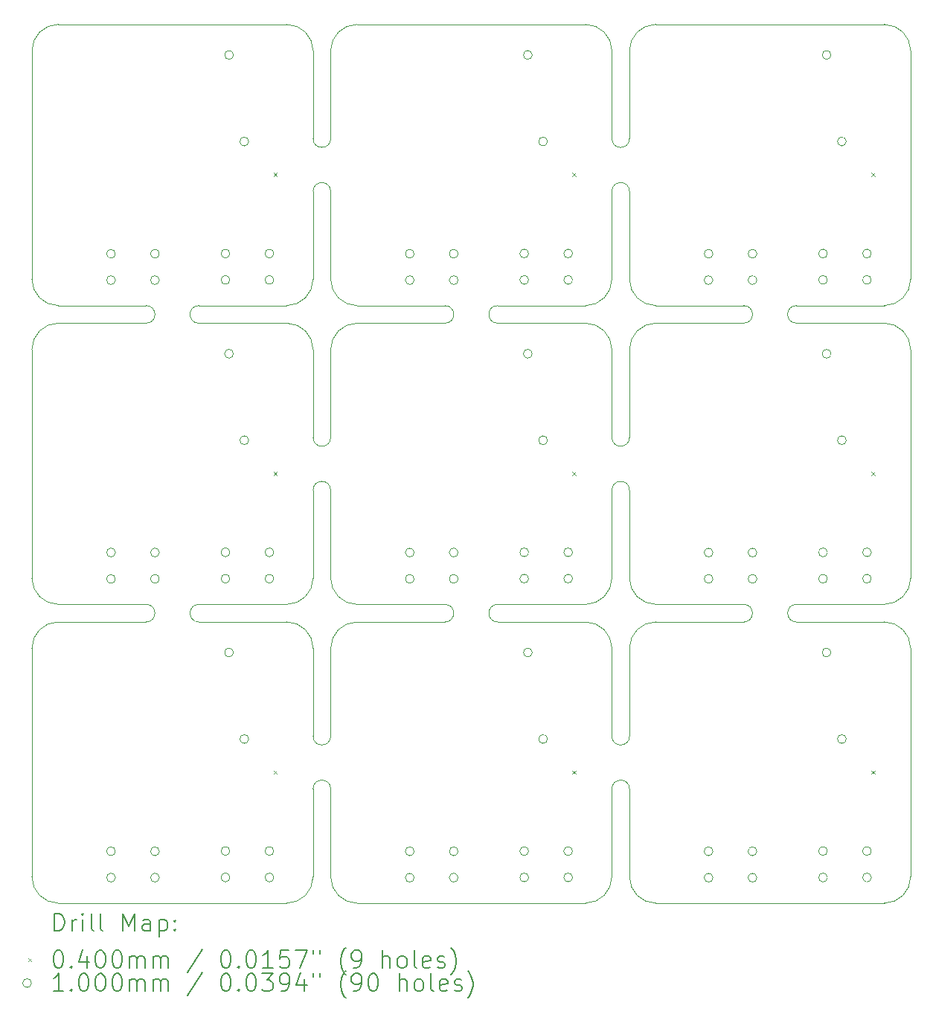
<source format=gbr>
%TF.GenerationSoftware,KiCad,Pcbnew,7.0.5*%
%TF.CreationDate,2023-10-26T18:16:23+09:00*%
%TF.ProjectId,clover_timer_p,636c6f76-6572-45f7-9469-6d65725f702e,rev?*%
%TF.SameCoordinates,Original*%
%TF.FileFunction,Drillmap*%
%TF.FilePolarity,Positive*%
%FSLAX45Y45*%
G04 Gerber Fmt 4.5, Leading zero omitted, Abs format (unit mm)*
G04 Created by KiCad (PCBNEW 7.0.5) date 2023-10-26 18:16:23*
%MOMM*%
%LPD*%
G01*
G04 APERTURE LIST*
%ADD10C,0.050000*%
%ADD11C,0.100000*%
%ADD12C,0.200000*%
%ADD13C,0.040000*%
G04 APERTURE END LIST*
D10*
X15800000Y-6900000D02*
G75*
G03*
X15600000Y-6900000I-100000J0D01*
G01*
X14300000Y-11600000D02*
X15300000Y-11600000D01*
X12700000Y-11800000D02*
X13700000Y-11800000D01*
X14300000Y-11600000D02*
G75*
G03*
X14300000Y-11800000I0J-100000D01*
G01*
X13700000Y-11600000D02*
X12700000Y-11600000D01*
X13700000Y-11800000D02*
G75*
G03*
X13700000Y-11600000I0J100000D01*
G01*
X14300000Y-11800000D02*
X15300000Y-11800000D01*
X10300000Y-11800000D02*
X9300000Y-11800000D01*
X11900000Y-11600000D02*
X10900000Y-11600000D01*
X10300000Y-11800000D02*
G75*
G03*
X10300000Y-11600000I0J100000D01*
G01*
X10900000Y-11800000D02*
X11900000Y-11800000D01*
X10900000Y-11600000D02*
G75*
G03*
X10900000Y-11800000I0J-100000D01*
G01*
X10300000Y-11600000D02*
X9300000Y-11600000D01*
X12200000Y-13100000D02*
X12200000Y-12100000D01*
X12400000Y-14700000D02*
X12400000Y-13700000D01*
X12200000Y-13100000D02*
G75*
G03*
X12400000Y-13100000I100000J0D01*
G01*
X12200000Y-13700000D02*
X12200000Y-14700000D01*
X12400000Y-13700000D02*
G75*
G03*
X12200000Y-13700000I-100000J0D01*
G01*
X12400000Y-13100000D02*
X12400000Y-12100000D01*
X12200000Y-11300000D02*
X12200000Y-10300000D01*
X12400000Y-9700000D02*
X12400000Y-8700000D01*
X12400000Y-10300000D02*
G75*
G03*
X12200000Y-10300000I-100000J0D01*
G01*
X12200000Y-8700000D02*
X12200000Y-9700000D01*
X12200000Y-9700000D02*
G75*
G03*
X12400000Y-9700000I100000J0D01*
G01*
X12400000Y-11300000D02*
X12400000Y-10300000D01*
X12200000Y-6300000D02*
X12200000Y-5300000D01*
X12400000Y-7900000D02*
X12400000Y-6900000D01*
X12200000Y-6300000D02*
G75*
G03*
X12400000Y-6300000I100000J0D01*
G01*
X12200000Y-6900000D02*
X12200000Y-7900000D01*
X12400000Y-6900000D02*
G75*
G03*
X12200000Y-6900000I-100000J0D01*
G01*
X12400000Y-6300000D02*
X12400000Y-5300000D01*
X10900000Y-8200000D02*
X11900000Y-8200000D01*
X9300000Y-8400000D02*
X10300000Y-8400000D01*
X10900000Y-8200000D02*
G75*
G03*
X10900000Y-8400000I0J-100000D01*
G01*
X10300000Y-8200000D02*
X9300000Y-8200000D01*
X10300000Y-8400000D02*
G75*
G03*
X10300000Y-8200000I0J100000D01*
G01*
X10900000Y-8400000D02*
X11900000Y-8400000D01*
X14300000Y-8200000D02*
X15300000Y-8200000D01*
X12700000Y-8400000D02*
X13700000Y-8400000D01*
X14300000Y-8200000D02*
G75*
G03*
X14300000Y-8400000I0J-100000D01*
G01*
X13700000Y-8200000D02*
X12700000Y-8200000D01*
X13700000Y-8400000D02*
G75*
G03*
X13700000Y-8200000I0J100000D01*
G01*
X14300000Y-8400000D02*
X15300000Y-8400000D01*
X15600000Y-6300000D02*
X15600000Y-5300000D01*
X15800000Y-7900000D02*
X15800000Y-6900000D01*
X15600000Y-6300000D02*
G75*
G03*
X15800000Y-6300000I100000J0D01*
G01*
X15600000Y-6900000D02*
X15600000Y-7900000D01*
X15800000Y-6300000D02*
X15800000Y-5300000D01*
X15600000Y-9700000D02*
X15600000Y-8700000D01*
X15800000Y-11300000D02*
X15800000Y-10300000D01*
X15600000Y-9700000D02*
G75*
G03*
X15800000Y-9700000I100000J0D01*
G01*
X15600000Y-10300000D02*
X15600000Y-11300000D01*
X15800000Y-10300000D02*
G75*
G03*
X15600000Y-10300000I-100000J0D01*
G01*
X15800000Y-9700000D02*
X15800000Y-8700000D01*
X15600000Y-13100000D02*
X15600000Y-12100000D01*
X15800000Y-14700000D02*
X15800000Y-13700000D01*
X15600000Y-13100000D02*
G75*
G03*
X15800000Y-13100000I100000J0D01*
G01*
X15600000Y-13700000D02*
X15600000Y-14700000D01*
X15800000Y-13700000D02*
G75*
G03*
X15600000Y-13700000I-100000J0D01*
G01*
X15800000Y-13100000D02*
X15800000Y-12100000D01*
X17700000Y-11600000D02*
X18700000Y-11600000D01*
X16100000Y-11800000D02*
X17100000Y-11800000D01*
X17700000Y-11600000D02*
G75*
G03*
X17700000Y-11800000I0J-100000D01*
G01*
X17100000Y-11600000D02*
X16100000Y-11600000D01*
X17100000Y-11800000D02*
G75*
G03*
X17100000Y-11600000I0J100000D01*
G01*
X17700000Y-11800000D02*
X18700000Y-11800000D01*
X16100000Y-8400000D02*
X17100000Y-8400000D01*
X17100000Y-8200000D02*
X16100000Y-8200000D01*
X17700000Y-8200000D02*
X18700000Y-8200000D01*
X17700000Y-8400000D02*
X18700000Y-8400000D01*
X17100000Y-8400000D02*
G75*
G03*
X17100000Y-8200000I0J100000D01*
G01*
X17700000Y-8200000D02*
G75*
G03*
X17700000Y-8400000I0J-100000D01*
G01*
D11*
X15800000Y-14700000D02*
G75*
G03*
X16100000Y-15000000I300000J0D01*
G01*
X16100000Y-11800000D02*
G75*
G03*
X15800000Y-12100000I0J-300000D01*
G01*
X18700000Y-15000000D02*
G75*
G03*
X19000000Y-14700000I0J300000D01*
G01*
X16100000Y-15000000D02*
X18700000Y-15000000D01*
X19000000Y-12100000D02*
G75*
G03*
X18700000Y-11800000I-300000J0D01*
G01*
X19000000Y-14700000D02*
X19000000Y-12100000D01*
X12400000Y-14700000D02*
G75*
G03*
X12700000Y-15000000I300000J0D01*
G01*
X12700000Y-11800000D02*
G75*
G03*
X12400000Y-12100000I0J-300000D01*
G01*
X15300000Y-15000000D02*
G75*
G03*
X15600000Y-14700000I0J300000D01*
G01*
X12700000Y-15000000D02*
X15300000Y-15000000D01*
X15600000Y-12100000D02*
G75*
G03*
X15300000Y-11800000I-300000J0D01*
G01*
X9000000Y-14700000D02*
G75*
G03*
X9300000Y-15000000I300000J0D01*
G01*
X9300000Y-11800000D02*
G75*
G03*
X9000000Y-12100000I0J-300000D01*
G01*
X11900000Y-15000000D02*
G75*
G03*
X12200000Y-14700000I0J300000D01*
G01*
X9000000Y-12100000D02*
X9000000Y-14700000D01*
X9300000Y-15000000D02*
X11900000Y-15000000D01*
X12200000Y-12100000D02*
G75*
G03*
X11900000Y-11800000I-300000J0D01*
G01*
X15800000Y-11300000D02*
G75*
G03*
X16100000Y-11600000I300000J0D01*
G01*
X16100000Y-8400000D02*
G75*
G03*
X15800000Y-8700000I0J-300000D01*
G01*
X18700000Y-11600000D02*
G75*
G03*
X19000000Y-11300000I0J300000D01*
G01*
X19000000Y-8700000D02*
G75*
G03*
X18700000Y-8400000I-300000J0D01*
G01*
X19000000Y-11300000D02*
X19000000Y-8700000D01*
X12400000Y-11300000D02*
G75*
G03*
X12700000Y-11600000I300000J0D01*
G01*
X12700000Y-8400000D02*
G75*
G03*
X12400000Y-8700000I0J-300000D01*
G01*
X15300000Y-11600000D02*
G75*
G03*
X15600000Y-11300000I0J300000D01*
G01*
X15600000Y-8700000D02*
G75*
G03*
X15300000Y-8400000I-300000J0D01*
G01*
X9000000Y-11300000D02*
G75*
G03*
X9300000Y-11600000I300000J0D01*
G01*
X9300000Y-8400000D02*
G75*
G03*
X9000000Y-8700000I0J-300000D01*
G01*
X11900000Y-11600000D02*
G75*
G03*
X12200000Y-11300000I0J300000D01*
G01*
X9000000Y-8700000D02*
X9000000Y-11300000D01*
X12200000Y-8700000D02*
G75*
G03*
X11900000Y-8400000I-300000J0D01*
G01*
X15800000Y-7900000D02*
G75*
G03*
X16100000Y-8200000I300000J0D01*
G01*
X16100000Y-5000000D02*
G75*
G03*
X15800000Y-5300000I0J-300000D01*
G01*
X18700000Y-5000000D02*
X16100000Y-5000000D01*
X18700000Y-8200000D02*
G75*
G03*
X19000000Y-7900000I0J300000D01*
G01*
X19000000Y-5300000D02*
G75*
G03*
X18700000Y-5000000I-300000J0D01*
G01*
X19000000Y-7900000D02*
X19000000Y-5300000D01*
X12400000Y-7900000D02*
G75*
G03*
X12700000Y-8200000I300000J0D01*
G01*
X12700000Y-5000000D02*
G75*
G03*
X12400000Y-5300000I0J-300000D01*
G01*
X15300000Y-5000000D02*
X12700000Y-5000000D01*
X15300000Y-8200000D02*
G75*
G03*
X15600000Y-7900000I0J300000D01*
G01*
X15600000Y-5300000D02*
G75*
G03*
X15300000Y-5000000I-300000J0D01*
G01*
X11900000Y-8200000D02*
G75*
G03*
X12200000Y-7900000I0J300000D01*
G01*
X9300000Y-5000000D02*
G75*
G03*
X9000000Y-5300000I0J-300000D01*
G01*
X11900000Y-5000000D02*
X9300000Y-5000000D01*
X9000000Y-7900000D02*
G75*
G03*
X9300000Y-8200000I300000J0D01*
G01*
X9000000Y-5300000D02*
X9000000Y-7900000D01*
X12200000Y-5300000D02*
G75*
G03*
X11900000Y-5000000I-300000J0D01*
G01*
D12*
D13*
X11750000Y-6690000D02*
X11790000Y-6730000D01*
X11790000Y-6690000D02*
X11750000Y-6730000D01*
X11750000Y-10090000D02*
X11790000Y-10130000D01*
X11790000Y-10090000D02*
X11750000Y-10130000D01*
X11750000Y-13490000D02*
X11790000Y-13530000D01*
X11790000Y-13490000D02*
X11750000Y-13530000D01*
X15150000Y-6690000D02*
X15190000Y-6730000D01*
X15190000Y-6690000D02*
X15150000Y-6730000D01*
X15150000Y-10090000D02*
X15190000Y-10130000D01*
X15190000Y-10090000D02*
X15150000Y-10130000D01*
X15150000Y-13490000D02*
X15190000Y-13530000D01*
X15190000Y-13490000D02*
X15150000Y-13530000D01*
X18550000Y-6690000D02*
X18590000Y-6730000D01*
X18590000Y-6690000D02*
X18550000Y-6730000D01*
X18550000Y-10090000D02*
X18590000Y-10130000D01*
X18590000Y-10090000D02*
X18550000Y-10130000D01*
X18550000Y-13490000D02*
X18590000Y-13530000D01*
X18590000Y-13490000D02*
X18550000Y-13530000D01*
D11*
X9950000Y-7610000D02*
G75*
G03*
X9950000Y-7610000I-50000J0D01*
G01*
X9950000Y-7910000D02*
G75*
G03*
X9950000Y-7910000I-50000J0D01*
G01*
X9950000Y-11010000D02*
G75*
G03*
X9950000Y-11010000I-50000J0D01*
G01*
X9950000Y-11310000D02*
G75*
G03*
X9950000Y-11310000I-50000J0D01*
G01*
X9950000Y-14410000D02*
G75*
G03*
X9950000Y-14410000I-50000J0D01*
G01*
X9950000Y-14710000D02*
G75*
G03*
X9950000Y-14710000I-50000J0D01*
G01*
X10450000Y-7610000D02*
G75*
G03*
X10450000Y-7610000I-50000J0D01*
G01*
X10450000Y-7910000D02*
G75*
G03*
X10450000Y-7910000I-50000J0D01*
G01*
X10450000Y-11010000D02*
G75*
G03*
X10450000Y-11010000I-50000J0D01*
G01*
X10450000Y-11310000D02*
G75*
G03*
X10450000Y-11310000I-50000J0D01*
G01*
X10450000Y-14410000D02*
G75*
G03*
X10450000Y-14410000I-50000J0D01*
G01*
X10450000Y-14710000D02*
G75*
G03*
X10450000Y-14710000I-50000J0D01*
G01*
X11252500Y-7607500D02*
G75*
G03*
X11252500Y-7607500I-50000J0D01*
G01*
X11252500Y-7907500D02*
G75*
G03*
X11252500Y-7907500I-50000J0D01*
G01*
X11252500Y-11007500D02*
G75*
G03*
X11252500Y-11007500I-50000J0D01*
G01*
X11252500Y-11307500D02*
G75*
G03*
X11252500Y-11307500I-50000J0D01*
G01*
X11252500Y-14407500D02*
G75*
G03*
X11252500Y-14407500I-50000J0D01*
G01*
X11252500Y-14707500D02*
G75*
G03*
X11252500Y-14707500I-50000J0D01*
G01*
X11293176Y-5347596D02*
G75*
G03*
X11293176Y-5347596I-50000J0D01*
G01*
X11293176Y-8747596D02*
G75*
G03*
X11293176Y-8747596I-50000J0D01*
G01*
X11293176Y-12147596D02*
G75*
G03*
X11293176Y-12147596I-50000J0D01*
G01*
X11466824Y-6332404D02*
G75*
G03*
X11466824Y-6332404I-50000J0D01*
G01*
X11466824Y-9732404D02*
G75*
G03*
X11466824Y-9732404I-50000J0D01*
G01*
X11466824Y-13132404D02*
G75*
G03*
X11466824Y-13132404I-50000J0D01*
G01*
X11752500Y-7607500D02*
G75*
G03*
X11752500Y-7607500I-50000J0D01*
G01*
X11752500Y-7907500D02*
G75*
G03*
X11752500Y-7907500I-50000J0D01*
G01*
X11752500Y-11007500D02*
G75*
G03*
X11752500Y-11007500I-50000J0D01*
G01*
X11752500Y-11307500D02*
G75*
G03*
X11752500Y-11307500I-50000J0D01*
G01*
X11752500Y-14407500D02*
G75*
G03*
X11752500Y-14407500I-50000J0D01*
G01*
X11752500Y-14707500D02*
G75*
G03*
X11752500Y-14707500I-50000J0D01*
G01*
X13350000Y-7610000D02*
G75*
G03*
X13350000Y-7610000I-50000J0D01*
G01*
X13350000Y-7910000D02*
G75*
G03*
X13350000Y-7910000I-50000J0D01*
G01*
X13350000Y-11010000D02*
G75*
G03*
X13350000Y-11010000I-50000J0D01*
G01*
X13350000Y-11310000D02*
G75*
G03*
X13350000Y-11310000I-50000J0D01*
G01*
X13350000Y-14410000D02*
G75*
G03*
X13350000Y-14410000I-50000J0D01*
G01*
X13350000Y-14710000D02*
G75*
G03*
X13350000Y-14710000I-50000J0D01*
G01*
X13850000Y-7610000D02*
G75*
G03*
X13850000Y-7610000I-50000J0D01*
G01*
X13850000Y-7910000D02*
G75*
G03*
X13850000Y-7910000I-50000J0D01*
G01*
X13850000Y-11010000D02*
G75*
G03*
X13850000Y-11010000I-50000J0D01*
G01*
X13850000Y-11310000D02*
G75*
G03*
X13850000Y-11310000I-50000J0D01*
G01*
X13850000Y-14410000D02*
G75*
G03*
X13850000Y-14410000I-50000J0D01*
G01*
X13850000Y-14710000D02*
G75*
G03*
X13850000Y-14710000I-50000J0D01*
G01*
X14652500Y-7607500D02*
G75*
G03*
X14652500Y-7607500I-50000J0D01*
G01*
X14652500Y-7907500D02*
G75*
G03*
X14652500Y-7907500I-50000J0D01*
G01*
X14652500Y-11007500D02*
G75*
G03*
X14652500Y-11007500I-50000J0D01*
G01*
X14652500Y-11307500D02*
G75*
G03*
X14652500Y-11307500I-50000J0D01*
G01*
X14652500Y-14407500D02*
G75*
G03*
X14652500Y-14407500I-50000J0D01*
G01*
X14652500Y-14707500D02*
G75*
G03*
X14652500Y-14707500I-50000J0D01*
G01*
X14693176Y-5347596D02*
G75*
G03*
X14693176Y-5347596I-50000J0D01*
G01*
X14693176Y-8747596D02*
G75*
G03*
X14693176Y-8747596I-50000J0D01*
G01*
X14693176Y-12147596D02*
G75*
G03*
X14693176Y-12147596I-50000J0D01*
G01*
X14866824Y-6332404D02*
G75*
G03*
X14866824Y-6332404I-50000J0D01*
G01*
X14866824Y-9732404D02*
G75*
G03*
X14866824Y-9732404I-50000J0D01*
G01*
X14866824Y-13132404D02*
G75*
G03*
X14866824Y-13132404I-50000J0D01*
G01*
X15152500Y-7607500D02*
G75*
G03*
X15152500Y-7607500I-50000J0D01*
G01*
X15152500Y-7907500D02*
G75*
G03*
X15152500Y-7907500I-50000J0D01*
G01*
X15152500Y-11007500D02*
G75*
G03*
X15152500Y-11007500I-50000J0D01*
G01*
X15152500Y-11307500D02*
G75*
G03*
X15152500Y-11307500I-50000J0D01*
G01*
X15152500Y-14407500D02*
G75*
G03*
X15152500Y-14407500I-50000J0D01*
G01*
X15152500Y-14707500D02*
G75*
G03*
X15152500Y-14707500I-50000J0D01*
G01*
X16750000Y-7610000D02*
G75*
G03*
X16750000Y-7610000I-50000J0D01*
G01*
X16750000Y-7910000D02*
G75*
G03*
X16750000Y-7910000I-50000J0D01*
G01*
X16750000Y-11010000D02*
G75*
G03*
X16750000Y-11010000I-50000J0D01*
G01*
X16750000Y-11310000D02*
G75*
G03*
X16750000Y-11310000I-50000J0D01*
G01*
X16750000Y-14410000D02*
G75*
G03*
X16750000Y-14410000I-50000J0D01*
G01*
X16750000Y-14710000D02*
G75*
G03*
X16750000Y-14710000I-50000J0D01*
G01*
X17250000Y-7610000D02*
G75*
G03*
X17250000Y-7610000I-50000J0D01*
G01*
X17250000Y-7910000D02*
G75*
G03*
X17250000Y-7910000I-50000J0D01*
G01*
X17250000Y-11010000D02*
G75*
G03*
X17250000Y-11010000I-50000J0D01*
G01*
X17250000Y-11310000D02*
G75*
G03*
X17250000Y-11310000I-50000J0D01*
G01*
X17250000Y-14410000D02*
G75*
G03*
X17250000Y-14410000I-50000J0D01*
G01*
X17250000Y-14710000D02*
G75*
G03*
X17250000Y-14710000I-50000J0D01*
G01*
X18052500Y-7607500D02*
G75*
G03*
X18052500Y-7607500I-50000J0D01*
G01*
X18052500Y-7907500D02*
G75*
G03*
X18052500Y-7907500I-50000J0D01*
G01*
X18052500Y-11007500D02*
G75*
G03*
X18052500Y-11007500I-50000J0D01*
G01*
X18052500Y-11307500D02*
G75*
G03*
X18052500Y-11307500I-50000J0D01*
G01*
X18052500Y-14407500D02*
G75*
G03*
X18052500Y-14407500I-50000J0D01*
G01*
X18052500Y-14707500D02*
G75*
G03*
X18052500Y-14707500I-50000J0D01*
G01*
X18093176Y-5347596D02*
G75*
G03*
X18093176Y-5347596I-50000J0D01*
G01*
X18093176Y-8747596D02*
G75*
G03*
X18093176Y-8747596I-50000J0D01*
G01*
X18093176Y-12147596D02*
G75*
G03*
X18093176Y-12147596I-50000J0D01*
G01*
X18266824Y-6332404D02*
G75*
G03*
X18266824Y-6332404I-50000J0D01*
G01*
X18266824Y-9732404D02*
G75*
G03*
X18266824Y-9732404I-50000J0D01*
G01*
X18266824Y-13132404D02*
G75*
G03*
X18266824Y-13132404I-50000J0D01*
G01*
X18552500Y-7607500D02*
G75*
G03*
X18552500Y-7607500I-50000J0D01*
G01*
X18552500Y-7907500D02*
G75*
G03*
X18552500Y-7907500I-50000J0D01*
G01*
X18552500Y-11007500D02*
G75*
G03*
X18552500Y-11007500I-50000J0D01*
G01*
X18552500Y-11307500D02*
G75*
G03*
X18552500Y-11307500I-50000J0D01*
G01*
X18552500Y-14407500D02*
G75*
G03*
X18552500Y-14407500I-50000J0D01*
G01*
X18552500Y-14707500D02*
G75*
G03*
X18552500Y-14707500I-50000J0D01*
G01*
D12*
X9255777Y-15316484D02*
X9255777Y-15116484D01*
X9255777Y-15116484D02*
X9303396Y-15116484D01*
X9303396Y-15116484D02*
X9331967Y-15126008D01*
X9331967Y-15126008D02*
X9351015Y-15145055D01*
X9351015Y-15145055D02*
X9360539Y-15164103D01*
X9360539Y-15164103D02*
X9370063Y-15202198D01*
X9370063Y-15202198D02*
X9370063Y-15230769D01*
X9370063Y-15230769D02*
X9360539Y-15268865D01*
X9360539Y-15268865D02*
X9351015Y-15287912D01*
X9351015Y-15287912D02*
X9331967Y-15306960D01*
X9331967Y-15306960D02*
X9303396Y-15316484D01*
X9303396Y-15316484D02*
X9255777Y-15316484D01*
X9455777Y-15316484D02*
X9455777Y-15183150D01*
X9455777Y-15221246D02*
X9465301Y-15202198D01*
X9465301Y-15202198D02*
X9474824Y-15192674D01*
X9474824Y-15192674D02*
X9493872Y-15183150D01*
X9493872Y-15183150D02*
X9512920Y-15183150D01*
X9579586Y-15316484D02*
X9579586Y-15183150D01*
X9579586Y-15116484D02*
X9570063Y-15126008D01*
X9570063Y-15126008D02*
X9579586Y-15135531D01*
X9579586Y-15135531D02*
X9589110Y-15126008D01*
X9589110Y-15126008D02*
X9579586Y-15116484D01*
X9579586Y-15116484D02*
X9579586Y-15135531D01*
X9703396Y-15316484D02*
X9684348Y-15306960D01*
X9684348Y-15306960D02*
X9674824Y-15287912D01*
X9674824Y-15287912D02*
X9674824Y-15116484D01*
X9808158Y-15316484D02*
X9789110Y-15306960D01*
X9789110Y-15306960D02*
X9779586Y-15287912D01*
X9779586Y-15287912D02*
X9779586Y-15116484D01*
X10036729Y-15316484D02*
X10036729Y-15116484D01*
X10036729Y-15116484D02*
X10103396Y-15259341D01*
X10103396Y-15259341D02*
X10170063Y-15116484D01*
X10170063Y-15116484D02*
X10170063Y-15316484D01*
X10351015Y-15316484D02*
X10351015Y-15211722D01*
X10351015Y-15211722D02*
X10341491Y-15192674D01*
X10341491Y-15192674D02*
X10322444Y-15183150D01*
X10322444Y-15183150D02*
X10284348Y-15183150D01*
X10284348Y-15183150D02*
X10265301Y-15192674D01*
X10351015Y-15306960D02*
X10331967Y-15316484D01*
X10331967Y-15316484D02*
X10284348Y-15316484D01*
X10284348Y-15316484D02*
X10265301Y-15306960D01*
X10265301Y-15306960D02*
X10255777Y-15287912D01*
X10255777Y-15287912D02*
X10255777Y-15268865D01*
X10255777Y-15268865D02*
X10265301Y-15249817D01*
X10265301Y-15249817D02*
X10284348Y-15240293D01*
X10284348Y-15240293D02*
X10331967Y-15240293D01*
X10331967Y-15240293D02*
X10351015Y-15230769D01*
X10446253Y-15183150D02*
X10446253Y-15383150D01*
X10446253Y-15192674D02*
X10465301Y-15183150D01*
X10465301Y-15183150D02*
X10503396Y-15183150D01*
X10503396Y-15183150D02*
X10522444Y-15192674D01*
X10522444Y-15192674D02*
X10531967Y-15202198D01*
X10531967Y-15202198D02*
X10541491Y-15221246D01*
X10541491Y-15221246D02*
X10541491Y-15278388D01*
X10541491Y-15278388D02*
X10531967Y-15297436D01*
X10531967Y-15297436D02*
X10522444Y-15306960D01*
X10522444Y-15306960D02*
X10503396Y-15316484D01*
X10503396Y-15316484D02*
X10465301Y-15316484D01*
X10465301Y-15316484D02*
X10446253Y-15306960D01*
X10627205Y-15297436D02*
X10636729Y-15306960D01*
X10636729Y-15306960D02*
X10627205Y-15316484D01*
X10627205Y-15316484D02*
X10617682Y-15306960D01*
X10617682Y-15306960D02*
X10627205Y-15297436D01*
X10627205Y-15297436D02*
X10627205Y-15316484D01*
X10627205Y-15192674D02*
X10636729Y-15202198D01*
X10636729Y-15202198D02*
X10627205Y-15211722D01*
X10627205Y-15211722D02*
X10617682Y-15202198D01*
X10617682Y-15202198D02*
X10627205Y-15192674D01*
X10627205Y-15192674D02*
X10627205Y-15211722D01*
D13*
X8955000Y-15625000D02*
X8995000Y-15665000D01*
X8995000Y-15625000D02*
X8955000Y-15665000D01*
D12*
X9293872Y-15536484D02*
X9312920Y-15536484D01*
X9312920Y-15536484D02*
X9331967Y-15546008D01*
X9331967Y-15546008D02*
X9341491Y-15555531D01*
X9341491Y-15555531D02*
X9351015Y-15574579D01*
X9351015Y-15574579D02*
X9360539Y-15612674D01*
X9360539Y-15612674D02*
X9360539Y-15660293D01*
X9360539Y-15660293D02*
X9351015Y-15698388D01*
X9351015Y-15698388D02*
X9341491Y-15717436D01*
X9341491Y-15717436D02*
X9331967Y-15726960D01*
X9331967Y-15726960D02*
X9312920Y-15736484D01*
X9312920Y-15736484D02*
X9293872Y-15736484D01*
X9293872Y-15736484D02*
X9274824Y-15726960D01*
X9274824Y-15726960D02*
X9265301Y-15717436D01*
X9265301Y-15717436D02*
X9255777Y-15698388D01*
X9255777Y-15698388D02*
X9246253Y-15660293D01*
X9246253Y-15660293D02*
X9246253Y-15612674D01*
X9246253Y-15612674D02*
X9255777Y-15574579D01*
X9255777Y-15574579D02*
X9265301Y-15555531D01*
X9265301Y-15555531D02*
X9274824Y-15546008D01*
X9274824Y-15546008D02*
X9293872Y-15536484D01*
X9446253Y-15717436D02*
X9455777Y-15726960D01*
X9455777Y-15726960D02*
X9446253Y-15736484D01*
X9446253Y-15736484D02*
X9436729Y-15726960D01*
X9436729Y-15726960D02*
X9446253Y-15717436D01*
X9446253Y-15717436D02*
X9446253Y-15736484D01*
X9627205Y-15603150D02*
X9627205Y-15736484D01*
X9579586Y-15526960D02*
X9531967Y-15669817D01*
X9531967Y-15669817D02*
X9655777Y-15669817D01*
X9770063Y-15536484D02*
X9789110Y-15536484D01*
X9789110Y-15536484D02*
X9808158Y-15546008D01*
X9808158Y-15546008D02*
X9817682Y-15555531D01*
X9817682Y-15555531D02*
X9827205Y-15574579D01*
X9827205Y-15574579D02*
X9836729Y-15612674D01*
X9836729Y-15612674D02*
X9836729Y-15660293D01*
X9836729Y-15660293D02*
X9827205Y-15698388D01*
X9827205Y-15698388D02*
X9817682Y-15717436D01*
X9817682Y-15717436D02*
X9808158Y-15726960D01*
X9808158Y-15726960D02*
X9789110Y-15736484D01*
X9789110Y-15736484D02*
X9770063Y-15736484D01*
X9770063Y-15736484D02*
X9751015Y-15726960D01*
X9751015Y-15726960D02*
X9741491Y-15717436D01*
X9741491Y-15717436D02*
X9731967Y-15698388D01*
X9731967Y-15698388D02*
X9722444Y-15660293D01*
X9722444Y-15660293D02*
X9722444Y-15612674D01*
X9722444Y-15612674D02*
X9731967Y-15574579D01*
X9731967Y-15574579D02*
X9741491Y-15555531D01*
X9741491Y-15555531D02*
X9751015Y-15546008D01*
X9751015Y-15546008D02*
X9770063Y-15536484D01*
X9960539Y-15536484D02*
X9979586Y-15536484D01*
X9979586Y-15536484D02*
X9998634Y-15546008D01*
X9998634Y-15546008D02*
X10008158Y-15555531D01*
X10008158Y-15555531D02*
X10017682Y-15574579D01*
X10017682Y-15574579D02*
X10027205Y-15612674D01*
X10027205Y-15612674D02*
X10027205Y-15660293D01*
X10027205Y-15660293D02*
X10017682Y-15698388D01*
X10017682Y-15698388D02*
X10008158Y-15717436D01*
X10008158Y-15717436D02*
X9998634Y-15726960D01*
X9998634Y-15726960D02*
X9979586Y-15736484D01*
X9979586Y-15736484D02*
X9960539Y-15736484D01*
X9960539Y-15736484D02*
X9941491Y-15726960D01*
X9941491Y-15726960D02*
X9931967Y-15717436D01*
X9931967Y-15717436D02*
X9922444Y-15698388D01*
X9922444Y-15698388D02*
X9912920Y-15660293D01*
X9912920Y-15660293D02*
X9912920Y-15612674D01*
X9912920Y-15612674D02*
X9922444Y-15574579D01*
X9922444Y-15574579D02*
X9931967Y-15555531D01*
X9931967Y-15555531D02*
X9941491Y-15546008D01*
X9941491Y-15546008D02*
X9960539Y-15536484D01*
X10112920Y-15736484D02*
X10112920Y-15603150D01*
X10112920Y-15622198D02*
X10122444Y-15612674D01*
X10122444Y-15612674D02*
X10141491Y-15603150D01*
X10141491Y-15603150D02*
X10170063Y-15603150D01*
X10170063Y-15603150D02*
X10189110Y-15612674D01*
X10189110Y-15612674D02*
X10198634Y-15631722D01*
X10198634Y-15631722D02*
X10198634Y-15736484D01*
X10198634Y-15631722D02*
X10208158Y-15612674D01*
X10208158Y-15612674D02*
X10227205Y-15603150D01*
X10227205Y-15603150D02*
X10255777Y-15603150D01*
X10255777Y-15603150D02*
X10274825Y-15612674D01*
X10274825Y-15612674D02*
X10284348Y-15631722D01*
X10284348Y-15631722D02*
X10284348Y-15736484D01*
X10379586Y-15736484D02*
X10379586Y-15603150D01*
X10379586Y-15622198D02*
X10389110Y-15612674D01*
X10389110Y-15612674D02*
X10408158Y-15603150D01*
X10408158Y-15603150D02*
X10436729Y-15603150D01*
X10436729Y-15603150D02*
X10455777Y-15612674D01*
X10455777Y-15612674D02*
X10465301Y-15631722D01*
X10465301Y-15631722D02*
X10465301Y-15736484D01*
X10465301Y-15631722D02*
X10474825Y-15612674D01*
X10474825Y-15612674D02*
X10493872Y-15603150D01*
X10493872Y-15603150D02*
X10522444Y-15603150D01*
X10522444Y-15603150D02*
X10541491Y-15612674D01*
X10541491Y-15612674D02*
X10551015Y-15631722D01*
X10551015Y-15631722D02*
X10551015Y-15736484D01*
X10941491Y-15526960D02*
X10770063Y-15784103D01*
X11198634Y-15536484D02*
X11217682Y-15536484D01*
X11217682Y-15536484D02*
X11236729Y-15546008D01*
X11236729Y-15546008D02*
X11246253Y-15555531D01*
X11246253Y-15555531D02*
X11255777Y-15574579D01*
X11255777Y-15574579D02*
X11265301Y-15612674D01*
X11265301Y-15612674D02*
X11265301Y-15660293D01*
X11265301Y-15660293D02*
X11255777Y-15698388D01*
X11255777Y-15698388D02*
X11246253Y-15717436D01*
X11246253Y-15717436D02*
X11236729Y-15726960D01*
X11236729Y-15726960D02*
X11217682Y-15736484D01*
X11217682Y-15736484D02*
X11198634Y-15736484D01*
X11198634Y-15736484D02*
X11179587Y-15726960D01*
X11179587Y-15726960D02*
X11170063Y-15717436D01*
X11170063Y-15717436D02*
X11160539Y-15698388D01*
X11160539Y-15698388D02*
X11151015Y-15660293D01*
X11151015Y-15660293D02*
X11151015Y-15612674D01*
X11151015Y-15612674D02*
X11160539Y-15574579D01*
X11160539Y-15574579D02*
X11170063Y-15555531D01*
X11170063Y-15555531D02*
X11179587Y-15546008D01*
X11179587Y-15546008D02*
X11198634Y-15536484D01*
X11351015Y-15717436D02*
X11360539Y-15726960D01*
X11360539Y-15726960D02*
X11351015Y-15736484D01*
X11351015Y-15736484D02*
X11341491Y-15726960D01*
X11341491Y-15726960D02*
X11351015Y-15717436D01*
X11351015Y-15717436D02*
X11351015Y-15736484D01*
X11484348Y-15536484D02*
X11503396Y-15536484D01*
X11503396Y-15536484D02*
X11522444Y-15546008D01*
X11522444Y-15546008D02*
X11531967Y-15555531D01*
X11531967Y-15555531D02*
X11541491Y-15574579D01*
X11541491Y-15574579D02*
X11551015Y-15612674D01*
X11551015Y-15612674D02*
X11551015Y-15660293D01*
X11551015Y-15660293D02*
X11541491Y-15698388D01*
X11541491Y-15698388D02*
X11531967Y-15717436D01*
X11531967Y-15717436D02*
X11522444Y-15726960D01*
X11522444Y-15726960D02*
X11503396Y-15736484D01*
X11503396Y-15736484D02*
X11484348Y-15736484D01*
X11484348Y-15736484D02*
X11465301Y-15726960D01*
X11465301Y-15726960D02*
X11455777Y-15717436D01*
X11455777Y-15717436D02*
X11446253Y-15698388D01*
X11446253Y-15698388D02*
X11436729Y-15660293D01*
X11436729Y-15660293D02*
X11436729Y-15612674D01*
X11436729Y-15612674D02*
X11446253Y-15574579D01*
X11446253Y-15574579D02*
X11455777Y-15555531D01*
X11455777Y-15555531D02*
X11465301Y-15546008D01*
X11465301Y-15546008D02*
X11484348Y-15536484D01*
X11741491Y-15736484D02*
X11627206Y-15736484D01*
X11684348Y-15736484D02*
X11684348Y-15536484D01*
X11684348Y-15536484D02*
X11665301Y-15565055D01*
X11665301Y-15565055D02*
X11646253Y-15584103D01*
X11646253Y-15584103D02*
X11627206Y-15593627D01*
X11922444Y-15536484D02*
X11827206Y-15536484D01*
X11827206Y-15536484D02*
X11817682Y-15631722D01*
X11817682Y-15631722D02*
X11827206Y-15622198D01*
X11827206Y-15622198D02*
X11846253Y-15612674D01*
X11846253Y-15612674D02*
X11893872Y-15612674D01*
X11893872Y-15612674D02*
X11912920Y-15622198D01*
X11912920Y-15622198D02*
X11922444Y-15631722D01*
X11922444Y-15631722D02*
X11931967Y-15650769D01*
X11931967Y-15650769D02*
X11931967Y-15698388D01*
X11931967Y-15698388D02*
X11922444Y-15717436D01*
X11922444Y-15717436D02*
X11912920Y-15726960D01*
X11912920Y-15726960D02*
X11893872Y-15736484D01*
X11893872Y-15736484D02*
X11846253Y-15736484D01*
X11846253Y-15736484D02*
X11827206Y-15726960D01*
X11827206Y-15726960D02*
X11817682Y-15717436D01*
X11998634Y-15536484D02*
X12131967Y-15536484D01*
X12131967Y-15536484D02*
X12046253Y-15736484D01*
X12198634Y-15536484D02*
X12198634Y-15574579D01*
X12274825Y-15536484D02*
X12274825Y-15574579D01*
X12570063Y-15812674D02*
X12560539Y-15803150D01*
X12560539Y-15803150D02*
X12541491Y-15774579D01*
X12541491Y-15774579D02*
X12531968Y-15755531D01*
X12531968Y-15755531D02*
X12522444Y-15726960D01*
X12522444Y-15726960D02*
X12512920Y-15679341D01*
X12512920Y-15679341D02*
X12512920Y-15641246D01*
X12512920Y-15641246D02*
X12522444Y-15593627D01*
X12522444Y-15593627D02*
X12531968Y-15565055D01*
X12531968Y-15565055D02*
X12541491Y-15546008D01*
X12541491Y-15546008D02*
X12560539Y-15517436D01*
X12560539Y-15517436D02*
X12570063Y-15507912D01*
X12655777Y-15736484D02*
X12693872Y-15736484D01*
X12693872Y-15736484D02*
X12712920Y-15726960D01*
X12712920Y-15726960D02*
X12722444Y-15717436D01*
X12722444Y-15717436D02*
X12741491Y-15688865D01*
X12741491Y-15688865D02*
X12751015Y-15650769D01*
X12751015Y-15650769D02*
X12751015Y-15574579D01*
X12751015Y-15574579D02*
X12741491Y-15555531D01*
X12741491Y-15555531D02*
X12731968Y-15546008D01*
X12731968Y-15546008D02*
X12712920Y-15536484D01*
X12712920Y-15536484D02*
X12674825Y-15536484D01*
X12674825Y-15536484D02*
X12655777Y-15546008D01*
X12655777Y-15546008D02*
X12646253Y-15555531D01*
X12646253Y-15555531D02*
X12636729Y-15574579D01*
X12636729Y-15574579D02*
X12636729Y-15622198D01*
X12636729Y-15622198D02*
X12646253Y-15641246D01*
X12646253Y-15641246D02*
X12655777Y-15650769D01*
X12655777Y-15650769D02*
X12674825Y-15660293D01*
X12674825Y-15660293D02*
X12712920Y-15660293D01*
X12712920Y-15660293D02*
X12731968Y-15650769D01*
X12731968Y-15650769D02*
X12741491Y-15641246D01*
X12741491Y-15641246D02*
X12751015Y-15622198D01*
X12989110Y-15736484D02*
X12989110Y-15536484D01*
X13074825Y-15736484D02*
X13074825Y-15631722D01*
X13074825Y-15631722D02*
X13065301Y-15612674D01*
X13065301Y-15612674D02*
X13046253Y-15603150D01*
X13046253Y-15603150D02*
X13017682Y-15603150D01*
X13017682Y-15603150D02*
X12998634Y-15612674D01*
X12998634Y-15612674D02*
X12989110Y-15622198D01*
X13198634Y-15736484D02*
X13179587Y-15726960D01*
X13179587Y-15726960D02*
X13170063Y-15717436D01*
X13170063Y-15717436D02*
X13160539Y-15698388D01*
X13160539Y-15698388D02*
X13160539Y-15641246D01*
X13160539Y-15641246D02*
X13170063Y-15622198D01*
X13170063Y-15622198D02*
X13179587Y-15612674D01*
X13179587Y-15612674D02*
X13198634Y-15603150D01*
X13198634Y-15603150D02*
X13227206Y-15603150D01*
X13227206Y-15603150D02*
X13246253Y-15612674D01*
X13246253Y-15612674D02*
X13255777Y-15622198D01*
X13255777Y-15622198D02*
X13265301Y-15641246D01*
X13265301Y-15641246D02*
X13265301Y-15698388D01*
X13265301Y-15698388D02*
X13255777Y-15717436D01*
X13255777Y-15717436D02*
X13246253Y-15726960D01*
X13246253Y-15726960D02*
X13227206Y-15736484D01*
X13227206Y-15736484D02*
X13198634Y-15736484D01*
X13379587Y-15736484D02*
X13360539Y-15726960D01*
X13360539Y-15726960D02*
X13351015Y-15707912D01*
X13351015Y-15707912D02*
X13351015Y-15536484D01*
X13531968Y-15726960D02*
X13512920Y-15736484D01*
X13512920Y-15736484D02*
X13474825Y-15736484D01*
X13474825Y-15736484D02*
X13455777Y-15726960D01*
X13455777Y-15726960D02*
X13446253Y-15707912D01*
X13446253Y-15707912D02*
X13446253Y-15631722D01*
X13446253Y-15631722D02*
X13455777Y-15612674D01*
X13455777Y-15612674D02*
X13474825Y-15603150D01*
X13474825Y-15603150D02*
X13512920Y-15603150D01*
X13512920Y-15603150D02*
X13531968Y-15612674D01*
X13531968Y-15612674D02*
X13541491Y-15631722D01*
X13541491Y-15631722D02*
X13541491Y-15650769D01*
X13541491Y-15650769D02*
X13446253Y-15669817D01*
X13617682Y-15726960D02*
X13636730Y-15736484D01*
X13636730Y-15736484D02*
X13674825Y-15736484D01*
X13674825Y-15736484D02*
X13693872Y-15726960D01*
X13693872Y-15726960D02*
X13703396Y-15707912D01*
X13703396Y-15707912D02*
X13703396Y-15698388D01*
X13703396Y-15698388D02*
X13693872Y-15679341D01*
X13693872Y-15679341D02*
X13674825Y-15669817D01*
X13674825Y-15669817D02*
X13646253Y-15669817D01*
X13646253Y-15669817D02*
X13627206Y-15660293D01*
X13627206Y-15660293D02*
X13617682Y-15641246D01*
X13617682Y-15641246D02*
X13617682Y-15631722D01*
X13617682Y-15631722D02*
X13627206Y-15612674D01*
X13627206Y-15612674D02*
X13646253Y-15603150D01*
X13646253Y-15603150D02*
X13674825Y-15603150D01*
X13674825Y-15603150D02*
X13693872Y-15612674D01*
X13770063Y-15812674D02*
X13779587Y-15803150D01*
X13779587Y-15803150D02*
X13798634Y-15774579D01*
X13798634Y-15774579D02*
X13808158Y-15755531D01*
X13808158Y-15755531D02*
X13817682Y-15726960D01*
X13817682Y-15726960D02*
X13827206Y-15679341D01*
X13827206Y-15679341D02*
X13827206Y-15641246D01*
X13827206Y-15641246D02*
X13817682Y-15593627D01*
X13817682Y-15593627D02*
X13808158Y-15565055D01*
X13808158Y-15565055D02*
X13798634Y-15546008D01*
X13798634Y-15546008D02*
X13779587Y-15517436D01*
X13779587Y-15517436D02*
X13770063Y-15507912D01*
D11*
X8995000Y-15909000D02*
G75*
G03*
X8995000Y-15909000I-50000J0D01*
G01*
D12*
X9360539Y-16000484D02*
X9246253Y-16000484D01*
X9303396Y-16000484D02*
X9303396Y-15800484D01*
X9303396Y-15800484D02*
X9284348Y-15829055D01*
X9284348Y-15829055D02*
X9265301Y-15848103D01*
X9265301Y-15848103D02*
X9246253Y-15857627D01*
X9446253Y-15981436D02*
X9455777Y-15990960D01*
X9455777Y-15990960D02*
X9446253Y-16000484D01*
X9446253Y-16000484D02*
X9436729Y-15990960D01*
X9436729Y-15990960D02*
X9446253Y-15981436D01*
X9446253Y-15981436D02*
X9446253Y-16000484D01*
X9579586Y-15800484D02*
X9598634Y-15800484D01*
X9598634Y-15800484D02*
X9617682Y-15810008D01*
X9617682Y-15810008D02*
X9627205Y-15819531D01*
X9627205Y-15819531D02*
X9636729Y-15838579D01*
X9636729Y-15838579D02*
X9646253Y-15876674D01*
X9646253Y-15876674D02*
X9646253Y-15924293D01*
X9646253Y-15924293D02*
X9636729Y-15962388D01*
X9636729Y-15962388D02*
X9627205Y-15981436D01*
X9627205Y-15981436D02*
X9617682Y-15990960D01*
X9617682Y-15990960D02*
X9598634Y-16000484D01*
X9598634Y-16000484D02*
X9579586Y-16000484D01*
X9579586Y-16000484D02*
X9560539Y-15990960D01*
X9560539Y-15990960D02*
X9551015Y-15981436D01*
X9551015Y-15981436D02*
X9541491Y-15962388D01*
X9541491Y-15962388D02*
X9531967Y-15924293D01*
X9531967Y-15924293D02*
X9531967Y-15876674D01*
X9531967Y-15876674D02*
X9541491Y-15838579D01*
X9541491Y-15838579D02*
X9551015Y-15819531D01*
X9551015Y-15819531D02*
X9560539Y-15810008D01*
X9560539Y-15810008D02*
X9579586Y-15800484D01*
X9770063Y-15800484D02*
X9789110Y-15800484D01*
X9789110Y-15800484D02*
X9808158Y-15810008D01*
X9808158Y-15810008D02*
X9817682Y-15819531D01*
X9817682Y-15819531D02*
X9827205Y-15838579D01*
X9827205Y-15838579D02*
X9836729Y-15876674D01*
X9836729Y-15876674D02*
X9836729Y-15924293D01*
X9836729Y-15924293D02*
X9827205Y-15962388D01*
X9827205Y-15962388D02*
X9817682Y-15981436D01*
X9817682Y-15981436D02*
X9808158Y-15990960D01*
X9808158Y-15990960D02*
X9789110Y-16000484D01*
X9789110Y-16000484D02*
X9770063Y-16000484D01*
X9770063Y-16000484D02*
X9751015Y-15990960D01*
X9751015Y-15990960D02*
X9741491Y-15981436D01*
X9741491Y-15981436D02*
X9731967Y-15962388D01*
X9731967Y-15962388D02*
X9722444Y-15924293D01*
X9722444Y-15924293D02*
X9722444Y-15876674D01*
X9722444Y-15876674D02*
X9731967Y-15838579D01*
X9731967Y-15838579D02*
X9741491Y-15819531D01*
X9741491Y-15819531D02*
X9751015Y-15810008D01*
X9751015Y-15810008D02*
X9770063Y-15800484D01*
X9960539Y-15800484D02*
X9979586Y-15800484D01*
X9979586Y-15800484D02*
X9998634Y-15810008D01*
X9998634Y-15810008D02*
X10008158Y-15819531D01*
X10008158Y-15819531D02*
X10017682Y-15838579D01*
X10017682Y-15838579D02*
X10027205Y-15876674D01*
X10027205Y-15876674D02*
X10027205Y-15924293D01*
X10027205Y-15924293D02*
X10017682Y-15962388D01*
X10017682Y-15962388D02*
X10008158Y-15981436D01*
X10008158Y-15981436D02*
X9998634Y-15990960D01*
X9998634Y-15990960D02*
X9979586Y-16000484D01*
X9979586Y-16000484D02*
X9960539Y-16000484D01*
X9960539Y-16000484D02*
X9941491Y-15990960D01*
X9941491Y-15990960D02*
X9931967Y-15981436D01*
X9931967Y-15981436D02*
X9922444Y-15962388D01*
X9922444Y-15962388D02*
X9912920Y-15924293D01*
X9912920Y-15924293D02*
X9912920Y-15876674D01*
X9912920Y-15876674D02*
X9922444Y-15838579D01*
X9922444Y-15838579D02*
X9931967Y-15819531D01*
X9931967Y-15819531D02*
X9941491Y-15810008D01*
X9941491Y-15810008D02*
X9960539Y-15800484D01*
X10112920Y-16000484D02*
X10112920Y-15867150D01*
X10112920Y-15886198D02*
X10122444Y-15876674D01*
X10122444Y-15876674D02*
X10141491Y-15867150D01*
X10141491Y-15867150D02*
X10170063Y-15867150D01*
X10170063Y-15867150D02*
X10189110Y-15876674D01*
X10189110Y-15876674D02*
X10198634Y-15895722D01*
X10198634Y-15895722D02*
X10198634Y-16000484D01*
X10198634Y-15895722D02*
X10208158Y-15876674D01*
X10208158Y-15876674D02*
X10227205Y-15867150D01*
X10227205Y-15867150D02*
X10255777Y-15867150D01*
X10255777Y-15867150D02*
X10274825Y-15876674D01*
X10274825Y-15876674D02*
X10284348Y-15895722D01*
X10284348Y-15895722D02*
X10284348Y-16000484D01*
X10379586Y-16000484D02*
X10379586Y-15867150D01*
X10379586Y-15886198D02*
X10389110Y-15876674D01*
X10389110Y-15876674D02*
X10408158Y-15867150D01*
X10408158Y-15867150D02*
X10436729Y-15867150D01*
X10436729Y-15867150D02*
X10455777Y-15876674D01*
X10455777Y-15876674D02*
X10465301Y-15895722D01*
X10465301Y-15895722D02*
X10465301Y-16000484D01*
X10465301Y-15895722D02*
X10474825Y-15876674D01*
X10474825Y-15876674D02*
X10493872Y-15867150D01*
X10493872Y-15867150D02*
X10522444Y-15867150D01*
X10522444Y-15867150D02*
X10541491Y-15876674D01*
X10541491Y-15876674D02*
X10551015Y-15895722D01*
X10551015Y-15895722D02*
X10551015Y-16000484D01*
X10941491Y-15790960D02*
X10770063Y-16048103D01*
X11198634Y-15800484D02*
X11217682Y-15800484D01*
X11217682Y-15800484D02*
X11236729Y-15810008D01*
X11236729Y-15810008D02*
X11246253Y-15819531D01*
X11246253Y-15819531D02*
X11255777Y-15838579D01*
X11255777Y-15838579D02*
X11265301Y-15876674D01*
X11265301Y-15876674D02*
X11265301Y-15924293D01*
X11265301Y-15924293D02*
X11255777Y-15962388D01*
X11255777Y-15962388D02*
X11246253Y-15981436D01*
X11246253Y-15981436D02*
X11236729Y-15990960D01*
X11236729Y-15990960D02*
X11217682Y-16000484D01*
X11217682Y-16000484D02*
X11198634Y-16000484D01*
X11198634Y-16000484D02*
X11179587Y-15990960D01*
X11179587Y-15990960D02*
X11170063Y-15981436D01*
X11170063Y-15981436D02*
X11160539Y-15962388D01*
X11160539Y-15962388D02*
X11151015Y-15924293D01*
X11151015Y-15924293D02*
X11151015Y-15876674D01*
X11151015Y-15876674D02*
X11160539Y-15838579D01*
X11160539Y-15838579D02*
X11170063Y-15819531D01*
X11170063Y-15819531D02*
X11179587Y-15810008D01*
X11179587Y-15810008D02*
X11198634Y-15800484D01*
X11351015Y-15981436D02*
X11360539Y-15990960D01*
X11360539Y-15990960D02*
X11351015Y-16000484D01*
X11351015Y-16000484D02*
X11341491Y-15990960D01*
X11341491Y-15990960D02*
X11351015Y-15981436D01*
X11351015Y-15981436D02*
X11351015Y-16000484D01*
X11484348Y-15800484D02*
X11503396Y-15800484D01*
X11503396Y-15800484D02*
X11522444Y-15810008D01*
X11522444Y-15810008D02*
X11531967Y-15819531D01*
X11531967Y-15819531D02*
X11541491Y-15838579D01*
X11541491Y-15838579D02*
X11551015Y-15876674D01*
X11551015Y-15876674D02*
X11551015Y-15924293D01*
X11551015Y-15924293D02*
X11541491Y-15962388D01*
X11541491Y-15962388D02*
X11531967Y-15981436D01*
X11531967Y-15981436D02*
X11522444Y-15990960D01*
X11522444Y-15990960D02*
X11503396Y-16000484D01*
X11503396Y-16000484D02*
X11484348Y-16000484D01*
X11484348Y-16000484D02*
X11465301Y-15990960D01*
X11465301Y-15990960D02*
X11455777Y-15981436D01*
X11455777Y-15981436D02*
X11446253Y-15962388D01*
X11446253Y-15962388D02*
X11436729Y-15924293D01*
X11436729Y-15924293D02*
X11436729Y-15876674D01*
X11436729Y-15876674D02*
X11446253Y-15838579D01*
X11446253Y-15838579D02*
X11455777Y-15819531D01*
X11455777Y-15819531D02*
X11465301Y-15810008D01*
X11465301Y-15810008D02*
X11484348Y-15800484D01*
X11617682Y-15800484D02*
X11741491Y-15800484D01*
X11741491Y-15800484D02*
X11674825Y-15876674D01*
X11674825Y-15876674D02*
X11703396Y-15876674D01*
X11703396Y-15876674D02*
X11722444Y-15886198D01*
X11722444Y-15886198D02*
X11731967Y-15895722D01*
X11731967Y-15895722D02*
X11741491Y-15914769D01*
X11741491Y-15914769D02*
X11741491Y-15962388D01*
X11741491Y-15962388D02*
X11731967Y-15981436D01*
X11731967Y-15981436D02*
X11722444Y-15990960D01*
X11722444Y-15990960D02*
X11703396Y-16000484D01*
X11703396Y-16000484D02*
X11646253Y-16000484D01*
X11646253Y-16000484D02*
X11627206Y-15990960D01*
X11627206Y-15990960D02*
X11617682Y-15981436D01*
X11836729Y-16000484D02*
X11874825Y-16000484D01*
X11874825Y-16000484D02*
X11893872Y-15990960D01*
X11893872Y-15990960D02*
X11903396Y-15981436D01*
X11903396Y-15981436D02*
X11922444Y-15952865D01*
X11922444Y-15952865D02*
X11931967Y-15914769D01*
X11931967Y-15914769D02*
X11931967Y-15838579D01*
X11931967Y-15838579D02*
X11922444Y-15819531D01*
X11922444Y-15819531D02*
X11912920Y-15810008D01*
X11912920Y-15810008D02*
X11893872Y-15800484D01*
X11893872Y-15800484D02*
X11855777Y-15800484D01*
X11855777Y-15800484D02*
X11836729Y-15810008D01*
X11836729Y-15810008D02*
X11827206Y-15819531D01*
X11827206Y-15819531D02*
X11817682Y-15838579D01*
X11817682Y-15838579D02*
X11817682Y-15886198D01*
X11817682Y-15886198D02*
X11827206Y-15905246D01*
X11827206Y-15905246D02*
X11836729Y-15914769D01*
X11836729Y-15914769D02*
X11855777Y-15924293D01*
X11855777Y-15924293D02*
X11893872Y-15924293D01*
X11893872Y-15924293D02*
X11912920Y-15914769D01*
X11912920Y-15914769D02*
X11922444Y-15905246D01*
X11922444Y-15905246D02*
X11931967Y-15886198D01*
X12103396Y-15867150D02*
X12103396Y-16000484D01*
X12055777Y-15790960D02*
X12008158Y-15933817D01*
X12008158Y-15933817D02*
X12131967Y-15933817D01*
X12198634Y-15800484D02*
X12198634Y-15838579D01*
X12274825Y-15800484D02*
X12274825Y-15838579D01*
X12570063Y-16076674D02*
X12560539Y-16067150D01*
X12560539Y-16067150D02*
X12541491Y-16038579D01*
X12541491Y-16038579D02*
X12531968Y-16019531D01*
X12531968Y-16019531D02*
X12522444Y-15990960D01*
X12522444Y-15990960D02*
X12512920Y-15943341D01*
X12512920Y-15943341D02*
X12512920Y-15905246D01*
X12512920Y-15905246D02*
X12522444Y-15857627D01*
X12522444Y-15857627D02*
X12531968Y-15829055D01*
X12531968Y-15829055D02*
X12541491Y-15810008D01*
X12541491Y-15810008D02*
X12560539Y-15781436D01*
X12560539Y-15781436D02*
X12570063Y-15771912D01*
X12655777Y-16000484D02*
X12693872Y-16000484D01*
X12693872Y-16000484D02*
X12712920Y-15990960D01*
X12712920Y-15990960D02*
X12722444Y-15981436D01*
X12722444Y-15981436D02*
X12741491Y-15952865D01*
X12741491Y-15952865D02*
X12751015Y-15914769D01*
X12751015Y-15914769D02*
X12751015Y-15838579D01*
X12751015Y-15838579D02*
X12741491Y-15819531D01*
X12741491Y-15819531D02*
X12731968Y-15810008D01*
X12731968Y-15810008D02*
X12712920Y-15800484D01*
X12712920Y-15800484D02*
X12674825Y-15800484D01*
X12674825Y-15800484D02*
X12655777Y-15810008D01*
X12655777Y-15810008D02*
X12646253Y-15819531D01*
X12646253Y-15819531D02*
X12636729Y-15838579D01*
X12636729Y-15838579D02*
X12636729Y-15886198D01*
X12636729Y-15886198D02*
X12646253Y-15905246D01*
X12646253Y-15905246D02*
X12655777Y-15914769D01*
X12655777Y-15914769D02*
X12674825Y-15924293D01*
X12674825Y-15924293D02*
X12712920Y-15924293D01*
X12712920Y-15924293D02*
X12731968Y-15914769D01*
X12731968Y-15914769D02*
X12741491Y-15905246D01*
X12741491Y-15905246D02*
X12751015Y-15886198D01*
X12874825Y-15800484D02*
X12893872Y-15800484D01*
X12893872Y-15800484D02*
X12912920Y-15810008D01*
X12912920Y-15810008D02*
X12922444Y-15819531D01*
X12922444Y-15819531D02*
X12931968Y-15838579D01*
X12931968Y-15838579D02*
X12941491Y-15876674D01*
X12941491Y-15876674D02*
X12941491Y-15924293D01*
X12941491Y-15924293D02*
X12931968Y-15962388D01*
X12931968Y-15962388D02*
X12922444Y-15981436D01*
X12922444Y-15981436D02*
X12912920Y-15990960D01*
X12912920Y-15990960D02*
X12893872Y-16000484D01*
X12893872Y-16000484D02*
X12874825Y-16000484D01*
X12874825Y-16000484D02*
X12855777Y-15990960D01*
X12855777Y-15990960D02*
X12846253Y-15981436D01*
X12846253Y-15981436D02*
X12836729Y-15962388D01*
X12836729Y-15962388D02*
X12827206Y-15924293D01*
X12827206Y-15924293D02*
X12827206Y-15876674D01*
X12827206Y-15876674D02*
X12836729Y-15838579D01*
X12836729Y-15838579D02*
X12846253Y-15819531D01*
X12846253Y-15819531D02*
X12855777Y-15810008D01*
X12855777Y-15810008D02*
X12874825Y-15800484D01*
X13179587Y-16000484D02*
X13179587Y-15800484D01*
X13265301Y-16000484D02*
X13265301Y-15895722D01*
X13265301Y-15895722D02*
X13255777Y-15876674D01*
X13255777Y-15876674D02*
X13236730Y-15867150D01*
X13236730Y-15867150D02*
X13208158Y-15867150D01*
X13208158Y-15867150D02*
X13189110Y-15876674D01*
X13189110Y-15876674D02*
X13179587Y-15886198D01*
X13389110Y-16000484D02*
X13370063Y-15990960D01*
X13370063Y-15990960D02*
X13360539Y-15981436D01*
X13360539Y-15981436D02*
X13351015Y-15962388D01*
X13351015Y-15962388D02*
X13351015Y-15905246D01*
X13351015Y-15905246D02*
X13360539Y-15886198D01*
X13360539Y-15886198D02*
X13370063Y-15876674D01*
X13370063Y-15876674D02*
X13389110Y-15867150D01*
X13389110Y-15867150D02*
X13417682Y-15867150D01*
X13417682Y-15867150D02*
X13436730Y-15876674D01*
X13436730Y-15876674D02*
X13446253Y-15886198D01*
X13446253Y-15886198D02*
X13455777Y-15905246D01*
X13455777Y-15905246D02*
X13455777Y-15962388D01*
X13455777Y-15962388D02*
X13446253Y-15981436D01*
X13446253Y-15981436D02*
X13436730Y-15990960D01*
X13436730Y-15990960D02*
X13417682Y-16000484D01*
X13417682Y-16000484D02*
X13389110Y-16000484D01*
X13570063Y-16000484D02*
X13551015Y-15990960D01*
X13551015Y-15990960D02*
X13541491Y-15971912D01*
X13541491Y-15971912D02*
X13541491Y-15800484D01*
X13722444Y-15990960D02*
X13703396Y-16000484D01*
X13703396Y-16000484D02*
X13665301Y-16000484D01*
X13665301Y-16000484D02*
X13646253Y-15990960D01*
X13646253Y-15990960D02*
X13636730Y-15971912D01*
X13636730Y-15971912D02*
X13636730Y-15895722D01*
X13636730Y-15895722D02*
X13646253Y-15876674D01*
X13646253Y-15876674D02*
X13665301Y-15867150D01*
X13665301Y-15867150D02*
X13703396Y-15867150D01*
X13703396Y-15867150D02*
X13722444Y-15876674D01*
X13722444Y-15876674D02*
X13731968Y-15895722D01*
X13731968Y-15895722D02*
X13731968Y-15914769D01*
X13731968Y-15914769D02*
X13636730Y-15933817D01*
X13808158Y-15990960D02*
X13827206Y-16000484D01*
X13827206Y-16000484D02*
X13865301Y-16000484D01*
X13865301Y-16000484D02*
X13884349Y-15990960D01*
X13884349Y-15990960D02*
X13893872Y-15971912D01*
X13893872Y-15971912D02*
X13893872Y-15962388D01*
X13893872Y-15962388D02*
X13884349Y-15943341D01*
X13884349Y-15943341D02*
X13865301Y-15933817D01*
X13865301Y-15933817D02*
X13836730Y-15933817D01*
X13836730Y-15933817D02*
X13817682Y-15924293D01*
X13817682Y-15924293D02*
X13808158Y-15905246D01*
X13808158Y-15905246D02*
X13808158Y-15895722D01*
X13808158Y-15895722D02*
X13817682Y-15876674D01*
X13817682Y-15876674D02*
X13836730Y-15867150D01*
X13836730Y-15867150D02*
X13865301Y-15867150D01*
X13865301Y-15867150D02*
X13884349Y-15876674D01*
X13960539Y-16076674D02*
X13970063Y-16067150D01*
X13970063Y-16067150D02*
X13989111Y-16038579D01*
X13989111Y-16038579D02*
X13998634Y-16019531D01*
X13998634Y-16019531D02*
X14008158Y-15990960D01*
X14008158Y-15990960D02*
X14017682Y-15943341D01*
X14017682Y-15943341D02*
X14017682Y-15905246D01*
X14017682Y-15905246D02*
X14008158Y-15857627D01*
X14008158Y-15857627D02*
X13998634Y-15829055D01*
X13998634Y-15829055D02*
X13989111Y-15810008D01*
X13989111Y-15810008D02*
X13970063Y-15781436D01*
X13970063Y-15781436D02*
X13960539Y-15771912D01*
M02*

</source>
